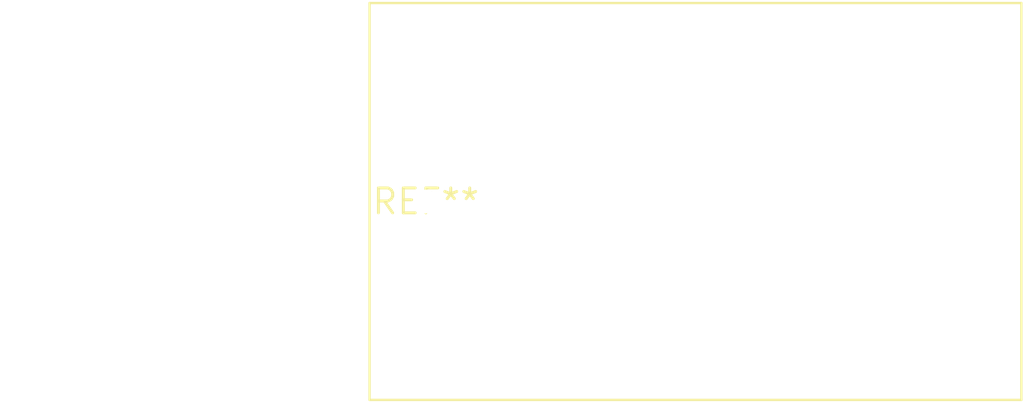
<source format=kicad_pcb>
(kicad_pcb (version 20240108) (generator pcbnew)
  (layers (0 "F.Cu" signal) (31 "B.Cu" signal) (34 "B.Paste" user) (35 "F.Paste" user) (36 "B.SilkS" user "B.Silkscreen") (37 "F.SilkS" user "F.Silkscreen") (38 "B.Mask" user) (39 "F.Mask" user) (44 "Edge.Cuts" user))
  (net 0 "")
  (footprint "C_Rect_L33.0mm_W20.0mm_P27.50mm_MKS4" (layer "F.Cu") (at 0 0)
    (property "Reference" "REF**")
    (property "Value" "C_Rect_L33.0mm_W20.0mm_P27.50mm_MKS4")
    (fp_line (start -2.87 -10.12) (end -2.87 10.12) (layer "F.SilkS") (stroke (width 0.12)))
    (fp_line (start -2.87 -10.12) (end 30.37 -10.12) (layer "F.SilkS") (stroke (width 0.12)))
    (fp_line (start -2.87 10.12) (end 30.37 10.12) (layer "F.SilkS") (stroke (width 0.12)))
    (fp_line (start 30.37 -10.12) (end 30.37 10.12) (layer "F.SilkS") (stroke (width 0.12)))
    (pad "1" thru_hole circle (at 0 0) (size 2.4 2.4) (drill 1.2) (layers *.Cu *.Mask) (remove_unused_layers))
    (pad "2" thru_hole circle (at 27.5 0) (size 2.4 2.4) (drill 1.2) (layers *.Cu *.Mask) (remove_unused_layers))
  )
)
</source>
